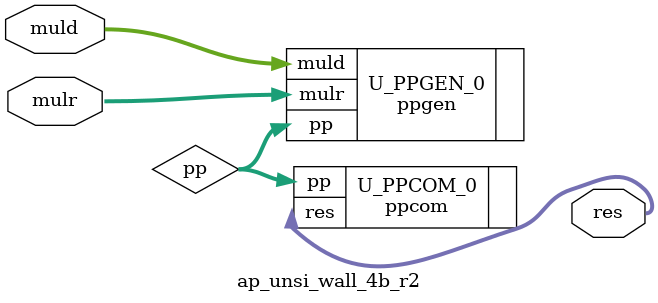
<source format=v>
module ap_unsi_wall_4b_r2 (
    input  [3:0] muld,
    input  [3:0] mulr,
    
    output [7:0] res
);

wire [15:0] pp;

ppgen #(
    .DW                             ( 4                             ))
U_PPGEN_0(
    .muld                           ( muld                          ),
    .mulr                           ( mulr                          ),
    .pp                             ( pp                            )
);


ppcom U_PPCOM_0(
    .pp                             ( pp                            ),
    .res                            ( res                           )
);


endmodule

</source>
